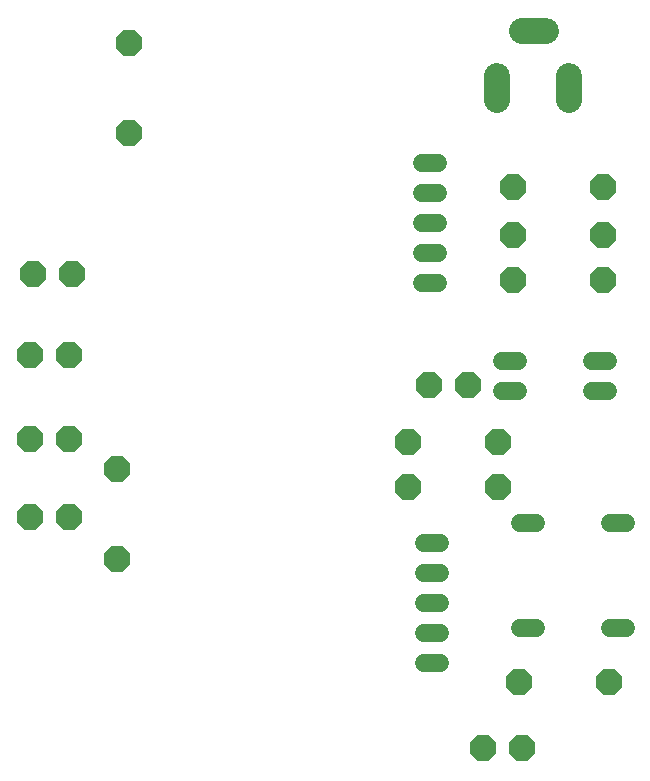
<source format=gbs>
G75*
%MOIN*%
%OFA0B0*%
%FSLAX25Y25*%
%IPPOS*%
%LPD*%
%AMOC8*
5,1,8,0,0,1.08239X$1,22.5*
%
%ADD10C,0.08674*%
%ADD11OC8,0.08800*%
%ADD12C,0.06000*%
D10*
X0174795Y0233063D02*
X0174795Y0240937D01*
X0183063Y0255898D02*
X0190937Y0255898D01*
X0198811Y0240937D02*
X0198811Y0233063D01*
D11*
X0048000Y0080000D03*
X0032000Y0094000D03*
X0019000Y0094000D03*
X0019000Y0120000D03*
X0032000Y0120000D03*
X0048000Y0110000D03*
X0032000Y0148000D03*
X0019000Y0148000D03*
X0020000Y0175000D03*
X0033000Y0175000D03*
X0052000Y0222000D03*
X0052000Y0252000D03*
X0152000Y0138000D03*
X0165000Y0138000D03*
X0175000Y0119000D03*
X0175000Y0104000D03*
X0145000Y0104000D03*
X0145000Y0119000D03*
X0180000Y0173000D03*
X0180000Y0188000D03*
X0180000Y0204000D03*
X0210000Y0204000D03*
X0210000Y0188000D03*
X0210000Y0173000D03*
X0212000Y0039000D03*
X0182000Y0039000D03*
X0183000Y0017000D03*
X0170000Y0017000D03*
D12*
X0155600Y0045500D02*
X0150400Y0045500D01*
X0150400Y0055500D02*
X0155600Y0055500D01*
X0155600Y0065500D02*
X0150400Y0065500D01*
X0150400Y0075500D02*
X0155600Y0075500D01*
X0155600Y0085500D02*
X0150400Y0085500D01*
X0182400Y0092000D02*
X0187600Y0092000D01*
X0212400Y0092000D02*
X0217600Y0092000D01*
X0217600Y0057000D02*
X0212400Y0057000D01*
X0187600Y0057000D02*
X0182400Y0057000D01*
X0181600Y0136000D02*
X0176400Y0136000D01*
X0176400Y0146000D02*
X0181600Y0146000D01*
X0206400Y0146000D02*
X0211600Y0146000D01*
X0211600Y0136000D02*
X0206400Y0136000D01*
X0155100Y0172000D02*
X0149900Y0172000D01*
X0149900Y0182000D02*
X0155100Y0182000D01*
X0155100Y0192000D02*
X0149900Y0192000D01*
X0149900Y0202000D02*
X0155100Y0202000D01*
X0155100Y0212000D02*
X0149900Y0212000D01*
M02*

</source>
